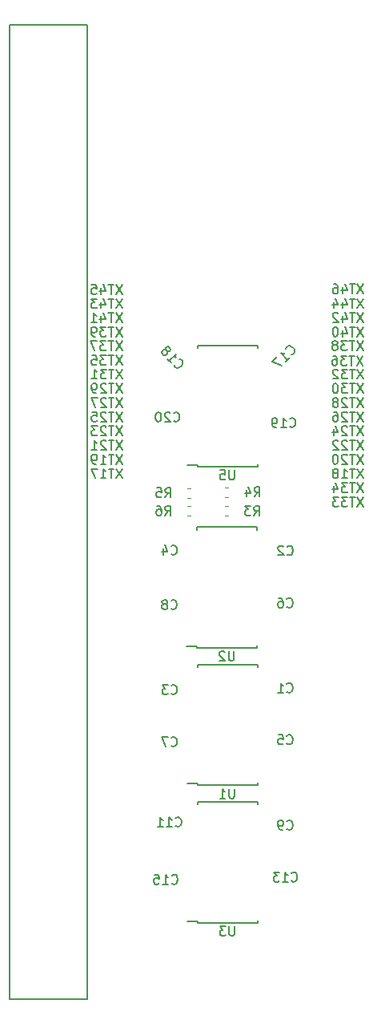
<source format=gbo>
G04 #@! TF.GenerationSoftware,KiCad,Pcbnew,(5.1.5)-3*
G04 #@! TF.CreationDate,2020-03-16T17:52:28+03:00*
G04 #@! TF.ProjectId,WM1200,574d3132-3030-42e6-9b69-6361645f7063,rev?*
G04 #@! TF.SameCoordinates,Original*
G04 #@! TF.FileFunction,Legend,Bot*
G04 #@! TF.FilePolarity,Positive*
%FSLAX46Y46*%
G04 Gerber Fmt 4.6, Leading zero omitted, Abs format (unit mm)*
G04 Created by KiCad (PCBNEW (5.1.5)-3) date 2020-03-16 17:52:28*
%MOMM*%
%LPD*%
G04 APERTURE LIST*
%ADD10C,0.150000*%
%ADD11C,0.120000*%
G04 APERTURE END LIST*
D10*
X122375000Y-93050000D02*
X121300000Y-93050000D01*
X122375000Y-80475000D02*
X128725000Y-80475000D01*
X122375000Y-93225000D02*
X128725000Y-93225000D01*
X122375000Y-80475000D02*
X122375000Y-80732500D01*
X128725000Y-80475000D02*
X128725000Y-80732500D01*
X128725000Y-93225000D02*
X128725000Y-92967500D01*
X122375000Y-93225000D02*
X122375000Y-93050000D01*
X122325000Y-112200000D02*
X121250000Y-112200000D01*
X122325000Y-99625000D02*
X128675000Y-99625000D01*
X122325000Y-112375000D02*
X128675000Y-112375000D01*
X122325000Y-99625000D02*
X122325000Y-99882500D01*
X128675000Y-99625000D02*
X128675000Y-99882500D01*
X128675000Y-112375000D02*
X128675000Y-112117500D01*
X122325000Y-112375000D02*
X122325000Y-112200000D01*
X102515000Y-46555000D02*
X102515000Y-149425000D01*
X110770000Y-46555000D02*
X102515000Y-46555000D01*
X102515000Y-149425000D02*
X110770000Y-149425000D01*
X110770000Y-149425000D02*
X110770000Y-46555000D01*
X122375000Y-141200000D02*
X121300000Y-141200000D01*
X122375000Y-128625000D02*
X128725000Y-128625000D01*
X122375000Y-141375000D02*
X128725000Y-141375000D01*
X122375000Y-128625000D02*
X122375000Y-128882500D01*
X128725000Y-128625000D02*
X128725000Y-128882500D01*
X128725000Y-141375000D02*
X128725000Y-141117500D01*
X122375000Y-141375000D02*
X122375000Y-141200000D01*
X122375000Y-126700000D02*
X121300000Y-126700000D01*
X122375000Y-114125000D02*
X128725000Y-114125000D01*
X122375000Y-126875000D02*
X128725000Y-126875000D01*
X122375000Y-114125000D02*
X122375000Y-114382500D01*
X128725000Y-114125000D02*
X128725000Y-114382500D01*
X128725000Y-126875000D02*
X128725000Y-126617500D01*
X122375000Y-126875000D02*
X122375000Y-126700000D01*
D11*
X121338733Y-97410000D02*
X121681267Y-97410000D01*
X121338733Y-98430000D02*
X121681267Y-98430000D01*
X121338733Y-95510000D02*
X121681267Y-95510000D01*
X121338733Y-96530000D02*
X121681267Y-96530000D01*
X125328733Y-95415000D02*
X125671267Y-95415000D01*
X125328733Y-96435000D02*
X125671267Y-96435000D01*
X125328733Y-97415000D02*
X125671267Y-97415000D01*
X125328733Y-98435000D02*
X125671267Y-98435000D01*
D10*
X126311904Y-93602380D02*
X126311904Y-94411904D01*
X126264285Y-94507142D01*
X126216666Y-94554761D01*
X126121428Y-94602380D01*
X125930952Y-94602380D01*
X125835714Y-94554761D01*
X125788095Y-94507142D01*
X125740476Y-94411904D01*
X125740476Y-93602380D01*
X124788095Y-93602380D02*
X125264285Y-93602380D01*
X125311904Y-94078571D01*
X125264285Y-94030952D01*
X125169047Y-93983333D01*
X124930952Y-93983333D01*
X124835714Y-94030952D01*
X124788095Y-94078571D01*
X124740476Y-94173809D01*
X124740476Y-94411904D01*
X124788095Y-94507142D01*
X124835714Y-94554761D01*
X124930952Y-94602380D01*
X125169047Y-94602380D01*
X125264285Y-94554761D01*
X125311904Y-94507142D01*
X119867857Y-88382142D02*
X119915476Y-88429761D01*
X120058333Y-88477380D01*
X120153571Y-88477380D01*
X120296428Y-88429761D01*
X120391666Y-88334523D01*
X120439285Y-88239285D01*
X120486904Y-88048809D01*
X120486904Y-87905952D01*
X120439285Y-87715476D01*
X120391666Y-87620238D01*
X120296428Y-87525000D01*
X120153571Y-87477380D01*
X120058333Y-87477380D01*
X119915476Y-87525000D01*
X119867857Y-87572619D01*
X119486904Y-87572619D02*
X119439285Y-87525000D01*
X119344047Y-87477380D01*
X119105952Y-87477380D01*
X119010714Y-87525000D01*
X118963095Y-87572619D01*
X118915476Y-87667857D01*
X118915476Y-87763095D01*
X118963095Y-87905952D01*
X119534523Y-88477380D01*
X118915476Y-88477380D01*
X118296428Y-87477380D02*
X118201190Y-87477380D01*
X118105952Y-87525000D01*
X118058333Y-87572619D01*
X118010714Y-87667857D01*
X117963095Y-87858333D01*
X117963095Y-88096428D01*
X118010714Y-88286904D01*
X118058333Y-88382142D01*
X118105952Y-88429761D01*
X118201190Y-88477380D01*
X118296428Y-88477380D01*
X118391666Y-88429761D01*
X118439285Y-88382142D01*
X118486904Y-88286904D01*
X118534523Y-88096428D01*
X118534523Y-87858333D01*
X118486904Y-87667857D01*
X118439285Y-87572619D01*
X118391666Y-87525000D01*
X118296428Y-87477380D01*
X132157857Y-88987142D02*
X132205476Y-89034761D01*
X132348333Y-89082380D01*
X132443571Y-89082380D01*
X132586428Y-89034761D01*
X132681666Y-88939523D01*
X132729285Y-88844285D01*
X132776904Y-88653809D01*
X132776904Y-88510952D01*
X132729285Y-88320476D01*
X132681666Y-88225238D01*
X132586428Y-88130000D01*
X132443571Y-88082380D01*
X132348333Y-88082380D01*
X132205476Y-88130000D01*
X132157857Y-88177619D01*
X131205476Y-89082380D02*
X131776904Y-89082380D01*
X131491190Y-89082380D02*
X131491190Y-88082380D01*
X131586428Y-88225238D01*
X131681666Y-88320476D01*
X131776904Y-88368095D01*
X130729285Y-89082380D02*
X130538809Y-89082380D01*
X130443571Y-89034761D01*
X130395952Y-88987142D01*
X130300714Y-88844285D01*
X130253095Y-88653809D01*
X130253095Y-88272857D01*
X130300714Y-88177619D01*
X130348333Y-88130000D01*
X130443571Y-88082380D01*
X130634047Y-88082380D01*
X130729285Y-88130000D01*
X130776904Y-88177619D01*
X130824523Y-88272857D01*
X130824523Y-88510952D01*
X130776904Y-88606190D01*
X130729285Y-88653809D01*
X130634047Y-88701428D01*
X130443571Y-88701428D01*
X130348333Y-88653809D01*
X130300714Y-88606190D01*
X130253095Y-88510952D01*
X119927030Y-82457105D02*
X119927030Y-82524449D01*
X119994374Y-82659136D01*
X120061717Y-82726479D01*
X120196404Y-82793823D01*
X120331091Y-82793823D01*
X120432106Y-82760151D01*
X120600465Y-82659136D01*
X120701480Y-82558121D01*
X120802496Y-82389762D01*
X120836167Y-82288747D01*
X120836167Y-82154060D01*
X120768824Y-82019373D01*
X120701480Y-81952029D01*
X120566793Y-81884686D01*
X120499450Y-81884686D01*
X119186251Y-81851014D02*
X119590312Y-82255075D01*
X119388282Y-82053044D02*
X120095389Y-81345937D01*
X120061717Y-81514296D01*
X120061717Y-81648983D01*
X120095389Y-81749999D01*
X119186251Y-81042892D02*
X119287267Y-81076563D01*
X119354610Y-81076563D01*
X119455625Y-81042892D01*
X119489297Y-81009220D01*
X119522969Y-80908205D01*
X119522969Y-80840861D01*
X119489297Y-80739846D01*
X119354610Y-80605159D01*
X119253595Y-80571487D01*
X119186251Y-80571487D01*
X119085236Y-80605159D01*
X119051564Y-80638831D01*
X119017893Y-80739846D01*
X119017893Y-80807189D01*
X119051564Y-80908205D01*
X119186251Y-81042892D01*
X119219923Y-81143907D01*
X119219923Y-81211250D01*
X119186251Y-81312266D01*
X119051564Y-81446953D01*
X118950549Y-81480624D01*
X118883206Y-81480624D01*
X118782190Y-81446953D01*
X118647503Y-81312266D01*
X118613832Y-81211250D01*
X118613832Y-81143907D01*
X118647503Y-81042892D01*
X118782190Y-80908205D01*
X118883206Y-80874533D01*
X118950549Y-80874533D01*
X119051564Y-80908205D01*
X132332106Y-81397969D02*
X132399450Y-81397969D01*
X132534137Y-81330625D01*
X132601480Y-81263282D01*
X132668824Y-81128595D01*
X132668824Y-80993908D01*
X132635152Y-80892893D01*
X132534137Y-80724534D01*
X132433122Y-80623519D01*
X132264763Y-80522503D01*
X132163748Y-80488832D01*
X132029061Y-80488832D01*
X131894374Y-80556175D01*
X131827030Y-80623519D01*
X131759687Y-80758206D01*
X131759687Y-80825549D01*
X131726015Y-82138748D02*
X132130076Y-81734687D01*
X131928045Y-81936717D02*
X131220938Y-81229610D01*
X131389297Y-81263282D01*
X131523984Y-81263282D01*
X131625000Y-81229610D01*
X130783206Y-81667343D02*
X130311801Y-82138748D01*
X131321954Y-82542809D01*
X119677857Y-137207142D02*
X119725476Y-137254761D01*
X119868333Y-137302380D01*
X119963571Y-137302380D01*
X120106428Y-137254761D01*
X120201666Y-137159523D01*
X120249285Y-137064285D01*
X120296904Y-136873809D01*
X120296904Y-136730952D01*
X120249285Y-136540476D01*
X120201666Y-136445238D01*
X120106428Y-136350000D01*
X119963571Y-136302380D01*
X119868333Y-136302380D01*
X119725476Y-136350000D01*
X119677857Y-136397619D01*
X118725476Y-137302380D02*
X119296904Y-137302380D01*
X119011190Y-137302380D02*
X119011190Y-136302380D01*
X119106428Y-136445238D01*
X119201666Y-136540476D01*
X119296904Y-136588095D01*
X117820714Y-136302380D02*
X118296904Y-136302380D01*
X118344523Y-136778571D01*
X118296904Y-136730952D01*
X118201666Y-136683333D01*
X117963571Y-136683333D01*
X117868333Y-136730952D01*
X117820714Y-136778571D01*
X117773095Y-136873809D01*
X117773095Y-137111904D01*
X117820714Y-137207142D01*
X117868333Y-137254761D01*
X117963571Y-137302380D01*
X118201666Y-137302380D01*
X118296904Y-137254761D01*
X118344523Y-137207142D01*
X132327857Y-136957142D02*
X132375476Y-137004761D01*
X132518333Y-137052380D01*
X132613571Y-137052380D01*
X132756428Y-137004761D01*
X132851666Y-136909523D01*
X132899285Y-136814285D01*
X132946904Y-136623809D01*
X132946904Y-136480952D01*
X132899285Y-136290476D01*
X132851666Y-136195238D01*
X132756428Y-136100000D01*
X132613571Y-136052380D01*
X132518333Y-136052380D01*
X132375476Y-136100000D01*
X132327857Y-136147619D01*
X131375476Y-137052380D02*
X131946904Y-137052380D01*
X131661190Y-137052380D02*
X131661190Y-136052380D01*
X131756428Y-136195238D01*
X131851666Y-136290476D01*
X131946904Y-136338095D01*
X131042142Y-136052380D02*
X130423095Y-136052380D01*
X130756428Y-136433333D01*
X130613571Y-136433333D01*
X130518333Y-136480952D01*
X130470714Y-136528571D01*
X130423095Y-136623809D01*
X130423095Y-136861904D01*
X130470714Y-136957142D01*
X130518333Y-137004761D01*
X130613571Y-137052380D01*
X130899285Y-137052380D01*
X130994523Y-137004761D01*
X131042142Y-136957142D01*
X120067857Y-131157142D02*
X120115476Y-131204761D01*
X120258333Y-131252380D01*
X120353571Y-131252380D01*
X120496428Y-131204761D01*
X120591666Y-131109523D01*
X120639285Y-131014285D01*
X120686904Y-130823809D01*
X120686904Y-130680952D01*
X120639285Y-130490476D01*
X120591666Y-130395238D01*
X120496428Y-130300000D01*
X120353571Y-130252380D01*
X120258333Y-130252380D01*
X120115476Y-130300000D01*
X120067857Y-130347619D01*
X119115476Y-131252380D02*
X119686904Y-131252380D01*
X119401190Y-131252380D02*
X119401190Y-130252380D01*
X119496428Y-130395238D01*
X119591666Y-130490476D01*
X119686904Y-130538095D01*
X118163095Y-131252380D02*
X118734523Y-131252380D01*
X118448809Y-131252380D02*
X118448809Y-130252380D01*
X118544047Y-130395238D01*
X118639285Y-130490476D01*
X118734523Y-130538095D01*
X131851666Y-131482142D02*
X131899285Y-131529761D01*
X132042142Y-131577380D01*
X132137380Y-131577380D01*
X132280238Y-131529761D01*
X132375476Y-131434523D01*
X132423095Y-131339285D01*
X132470714Y-131148809D01*
X132470714Y-131005952D01*
X132423095Y-130815476D01*
X132375476Y-130720238D01*
X132280238Y-130625000D01*
X132137380Y-130577380D01*
X132042142Y-130577380D01*
X131899285Y-130625000D01*
X131851666Y-130672619D01*
X131375476Y-131577380D02*
X131185000Y-131577380D01*
X131089761Y-131529761D01*
X131042142Y-131482142D01*
X130946904Y-131339285D01*
X130899285Y-131148809D01*
X130899285Y-130767857D01*
X130946904Y-130672619D01*
X130994523Y-130625000D01*
X131089761Y-130577380D01*
X131280238Y-130577380D01*
X131375476Y-130625000D01*
X131423095Y-130672619D01*
X131470714Y-130767857D01*
X131470714Y-131005952D01*
X131423095Y-131101190D01*
X131375476Y-131148809D01*
X131280238Y-131196428D01*
X131089761Y-131196428D01*
X130994523Y-131148809D01*
X130946904Y-131101190D01*
X130899285Y-131005952D01*
X119591666Y-108207142D02*
X119639285Y-108254761D01*
X119782142Y-108302380D01*
X119877380Y-108302380D01*
X120020238Y-108254761D01*
X120115476Y-108159523D01*
X120163095Y-108064285D01*
X120210714Y-107873809D01*
X120210714Y-107730952D01*
X120163095Y-107540476D01*
X120115476Y-107445238D01*
X120020238Y-107350000D01*
X119877380Y-107302380D01*
X119782142Y-107302380D01*
X119639285Y-107350000D01*
X119591666Y-107397619D01*
X119020238Y-107730952D02*
X119115476Y-107683333D01*
X119163095Y-107635714D01*
X119210714Y-107540476D01*
X119210714Y-107492857D01*
X119163095Y-107397619D01*
X119115476Y-107350000D01*
X119020238Y-107302380D01*
X118829761Y-107302380D01*
X118734523Y-107350000D01*
X118686904Y-107397619D01*
X118639285Y-107492857D01*
X118639285Y-107540476D01*
X118686904Y-107635714D01*
X118734523Y-107683333D01*
X118829761Y-107730952D01*
X119020238Y-107730952D01*
X119115476Y-107778571D01*
X119163095Y-107826190D01*
X119210714Y-107921428D01*
X119210714Y-108111904D01*
X119163095Y-108207142D01*
X119115476Y-108254761D01*
X119020238Y-108302380D01*
X118829761Y-108302380D01*
X118734523Y-108254761D01*
X118686904Y-108207142D01*
X118639285Y-108111904D01*
X118639285Y-107921428D01*
X118686904Y-107826190D01*
X118734523Y-107778571D01*
X118829761Y-107730952D01*
X119601666Y-122682142D02*
X119649285Y-122729761D01*
X119792142Y-122777380D01*
X119887380Y-122777380D01*
X120030238Y-122729761D01*
X120125476Y-122634523D01*
X120173095Y-122539285D01*
X120220714Y-122348809D01*
X120220714Y-122205952D01*
X120173095Y-122015476D01*
X120125476Y-121920238D01*
X120030238Y-121825000D01*
X119887380Y-121777380D01*
X119792142Y-121777380D01*
X119649285Y-121825000D01*
X119601666Y-121872619D01*
X119268333Y-121777380D02*
X118601666Y-121777380D01*
X119030238Y-122777380D01*
X131851666Y-108007142D02*
X131899285Y-108054761D01*
X132042142Y-108102380D01*
X132137380Y-108102380D01*
X132280238Y-108054761D01*
X132375476Y-107959523D01*
X132423095Y-107864285D01*
X132470714Y-107673809D01*
X132470714Y-107530952D01*
X132423095Y-107340476D01*
X132375476Y-107245238D01*
X132280238Y-107150000D01*
X132137380Y-107102380D01*
X132042142Y-107102380D01*
X131899285Y-107150000D01*
X131851666Y-107197619D01*
X130994523Y-107102380D02*
X131185000Y-107102380D01*
X131280238Y-107150000D01*
X131327857Y-107197619D01*
X131423095Y-107340476D01*
X131470714Y-107530952D01*
X131470714Y-107911904D01*
X131423095Y-108007142D01*
X131375476Y-108054761D01*
X131280238Y-108102380D01*
X131089761Y-108102380D01*
X130994523Y-108054761D01*
X130946904Y-108007142D01*
X130899285Y-107911904D01*
X130899285Y-107673809D01*
X130946904Y-107578571D01*
X130994523Y-107530952D01*
X131089761Y-107483333D01*
X131280238Y-107483333D01*
X131375476Y-107530952D01*
X131423095Y-107578571D01*
X131470714Y-107673809D01*
X131841666Y-122457142D02*
X131889285Y-122504761D01*
X132032142Y-122552380D01*
X132127380Y-122552380D01*
X132270238Y-122504761D01*
X132365476Y-122409523D01*
X132413095Y-122314285D01*
X132460714Y-122123809D01*
X132460714Y-121980952D01*
X132413095Y-121790476D01*
X132365476Y-121695238D01*
X132270238Y-121600000D01*
X132127380Y-121552380D01*
X132032142Y-121552380D01*
X131889285Y-121600000D01*
X131841666Y-121647619D01*
X130936904Y-121552380D02*
X131413095Y-121552380D01*
X131460714Y-122028571D01*
X131413095Y-121980952D01*
X131317857Y-121933333D01*
X131079761Y-121933333D01*
X130984523Y-121980952D01*
X130936904Y-122028571D01*
X130889285Y-122123809D01*
X130889285Y-122361904D01*
X130936904Y-122457142D01*
X130984523Y-122504761D01*
X131079761Y-122552380D01*
X131317857Y-122552380D01*
X131413095Y-122504761D01*
X131460714Y-122457142D01*
X119601666Y-102432142D02*
X119649285Y-102479761D01*
X119792142Y-102527380D01*
X119887380Y-102527380D01*
X120030238Y-102479761D01*
X120125476Y-102384523D01*
X120173095Y-102289285D01*
X120220714Y-102098809D01*
X120220714Y-101955952D01*
X120173095Y-101765476D01*
X120125476Y-101670238D01*
X120030238Y-101575000D01*
X119887380Y-101527380D01*
X119792142Y-101527380D01*
X119649285Y-101575000D01*
X119601666Y-101622619D01*
X118744523Y-101860714D02*
X118744523Y-102527380D01*
X118982619Y-101479761D02*
X119220714Y-102194047D01*
X118601666Y-102194047D01*
X119601666Y-117182142D02*
X119649285Y-117229761D01*
X119792142Y-117277380D01*
X119887380Y-117277380D01*
X120030238Y-117229761D01*
X120125476Y-117134523D01*
X120173095Y-117039285D01*
X120220714Y-116848809D01*
X120220714Y-116705952D01*
X120173095Y-116515476D01*
X120125476Y-116420238D01*
X120030238Y-116325000D01*
X119887380Y-116277380D01*
X119792142Y-116277380D01*
X119649285Y-116325000D01*
X119601666Y-116372619D01*
X119268333Y-116277380D02*
X118649285Y-116277380D01*
X118982619Y-116658333D01*
X118839761Y-116658333D01*
X118744523Y-116705952D01*
X118696904Y-116753571D01*
X118649285Y-116848809D01*
X118649285Y-117086904D01*
X118696904Y-117182142D01*
X118744523Y-117229761D01*
X118839761Y-117277380D01*
X119125476Y-117277380D01*
X119220714Y-117229761D01*
X119268333Y-117182142D01*
X131856666Y-102482142D02*
X131904285Y-102529761D01*
X132047142Y-102577380D01*
X132142380Y-102577380D01*
X132285238Y-102529761D01*
X132380476Y-102434523D01*
X132428095Y-102339285D01*
X132475714Y-102148809D01*
X132475714Y-102005952D01*
X132428095Y-101815476D01*
X132380476Y-101720238D01*
X132285238Y-101625000D01*
X132142380Y-101577380D01*
X132047142Y-101577380D01*
X131904285Y-101625000D01*
X131856666Y-101672619D01*
X131475714Y-101672619D02*
X131428095Y-101625000D01*
X131332857Y-101577380D01*
X131094761Y-101577380D01*
X130999523Y-101625000D01*
X130951904Y-101672619D01*
X130904285Y-101767857D01*
X130904285Y-101863095D01*
X130951904Y-102005952D01*
X131523333Y-102577380D01*
X130904285Y-102577380D01*
X131841666Y-116982142D02*
X131889285Y-117029761D01*
X132032142Y-117077380D01*
X132127380Y-117077380D01*
X132270238Y-117029761D01*
X132365476Y-116934523D01*
X132413095Y-116839285D01*
X132460714Y-116648809D01*
X132460714Y-116505952D01*
X132413095Y-116315476D01*
X132365476Y-116220238D01*
X132270238Y-116125000D01*
X132127380Y-116077380D01*
X132032142Y-116077380D01*
X131889285Y-116125000D01*
X131841666Y-116172619D01*
X130889285Y-117077380D02*
X131460714Y-117077380D01*
X131175000Y-117077380D02*
X131175000Y-116077380D01*
X131270238Y-116220238D01*
X131365476Y-116315476D01*
X131460714Y-116363095D01*
X139966666Y-73952380D02*
X139300000Y-74952380D01*
X139300000Y-73952380D02*
X139966666Y-74952380D01*
X139061904Y-73952380D02*
X138490476Y-73952380D01*
X138776190Y-74952380D02*
X138776190Y-73952380D01*
X137728571Y-74285714D02*
X137728571Y-74952380D01*
X137966666Y-73904761D02*
X138204761Y-74619047D01*
X137585714Y-74619047D01*
X136776190Y-73952380D02*
X136966666Y-73952380D01*
X137061904Y-74000000D01*
X137109523Y-74047619D01*
X137204761Y-74190476D01*
X137252380Y-74380952D01*
X137252380Y-74761904D01*
X137204761Y-74857142D01*
X137157142Y-74904761D01*
X137061904Y-74952380D01*
X136871428Y-74952380D01*
X136776190Y-74904761D01*
X136728571Y-74857142D01*
X136680952Y-74761904D01*
X136680952Y-74523809D01*
X136728571Y-74428571D01*
X136776190Y-74380952D01*
X136871428Y-74333333D01*
X137061904Y-74333333D01*
X137157142Y-74380952D01*
X137204761Y-74428571D01*
X137252380Y-74523809D01*
X114416666Y-74002380D02*
X113750000Y-75002380D01*
X113750000Y-74002380D02*
X114416666Y-75002380D01*
X113511904Y-74002380D02*
X112940476Y-74002380D01*
X113226190Y-75002380D02*
X113226190Y-74002380D01*
X112178571Y-74335714D02*
X112178571Y-75002380D01*
X112416666Y-73954761D02*
X112654761Y-74669047D01*
X112035714Y-74669047D01*
X111178571Y-74002380D02*
X111654761Y-74002380D01*
X111702380Y-74478571D01*
X111654761Y-74430952D01*
X111559523Y-74383333D01*
X111321428Y-74383333D01*
X111226190Y-74430952D01*
X111178571Y-74478571D01*
X111130952Y-74573809D01*
X111130952Y-74811904D01*
X111178571Y-74907142D01*
X111226190Y-74954761D01*
X111321428Y-75002380D01*
X111559523Y-75002380D01*
X111654761Y-74954761D01*
X111702380Y-74907142D01*
X139966666Y-75502380D02*
X139300000Y-76502380D01*
X139300000Y-75502380D02*
X139966666Y-76502380D01*
X139061904Y-75502380D02*
X138490476Y-75502380D01*
X138776190Y-76502380D02*
X138776190Y-75502380D01*
X137728571Y-75835714D02*
X137728571Y-76502380D01*
X137966666Y-75454761D02*
X138204761Y-76169047D01*
X137585714Y-76169047D01*
X136776190Y-75835714D02*
X136776190Y-76502380D01*
X137014285Y-75454761D02*
X137252380Y-76169047D01*
X136633333Y-76169047D01*
X114416666Y-75502380D02*
X113750000Y-76502380D01*
X113750000Y-75502380D02*
X114416666Y-76502380D01*
X113511904Y-75502380D02*
X112940476Y-75502380D01*
X113226190Y-76502380D02*
X113226190Y-75502380D01*
X112178571Y-75835714D02*
X112178571Y-76502380D01*
X112416666Y-75454761D02*
X112654761Y-76169047D01*
X112035714Y-76169047D01*
X111750000Y-75502380D02*
X111130952Y-75502380D01*
X111464285Y-75883333D01*
X111321428Y-75883333D01*
X111226190Y-75930952D01*
X111178571Y-75978571D01*
X111130952Y-76073809D01*
X111130952Y-76311904D01*
X111178571Y-76407142D01*
X111226190Y-76454761D01*
X111321428Y-76502380D01*
X111607142Y-76502380D01*
X111702380Y-76454761D01*
X111750000Y-76407142D01*
X139966666Y-76952380D02*
X139300000Y-77952380D01*
X139300000Y-76952380D02*
X139966666Y-77952380D01*
X139061904Y-76952380D02*
X138490476Y-76952380D01*
X138776190Y-77952380D02*
X138776190Y-76952380D01*
X137728571Y-77285714D02*
X137728571Y-77952380D01*
X137966666Y-76904761D02*
X138204761Y-77619047D01*
X137585714Y-77619047D01*
X137252380Y-77047619D02*
X137204761Y-77000000D01*
X137109523Y-76952380D01*
X136871428Y-76952380D01*
X136776190Y-77000000D01*
X136728571Y-77047619D01*
X136680952Y-77142857D01*
X136680952Y-77238095D01*
X136728571Y-77380952D01*
X137300000Y-77952380D01*
X136680952Y-77952380D01*
X114416666Y-77002380D02*
X113750000Y-78002380D01*
X113750000Y-77002380D02*
X114416666Y-78002380D01*
X113511904Y-77002380D02*
X112940476Y-77002380D01*
X113226190Y-78002380D02*
X113226190Y-77002380D01*
X112178571Y-77335714D02*
X112178571Y-78002380D01*
X112416666Y-76954761D02*
X112654761Y-77669047D01*
X112035714Y-77669047D01*
X111130952Y-78002380D02*
X111702380Y-78002380D01*
X111416666Y-78002380D02*
X111416666Y-77002380D01*
X111511904Y-77145238D01*
X111607142Y-77240476D01*
X111702380Y-77288095D01*
X139966666Y-78477380D02*
X139300000Y-79477380D01*
X139300000Y-78477380D02*
X139966666Y-79477380D01*
X139061904Y-78477380D02*
X138490476Y-78477380D01*
X138776190Y-79477380D02*
X138776190Y-78477380D01*
X137728571Y-78810714D02*
X137728571Y-79477380D01*
X137966666Y-78429761D02*
X138204761Y-79144047D01*
X137585714Y-79144047D01*
X137014285Y-78477380D02*
X136919047Y-78477380D01*
X136823809Y-78525000D01*
X136776190Y-78572619D01*
X136728571Y-78667857D01*
X136680952Y-78858333D01*
X136680952Y-79096428D01*
X136728571Y-79286904D01*
X136776190Y-79382142D01*
X136823809Y-79429761D01*
X136919047Y-79477380D01*
X137014285Y-79477380D01*
X137109523Y-79429761D01*
X137157142Y-79382142D01*
X137204761Y-79286904D01*
X137252380Y-79096428D01*
X137252380Y-78858333D01*
X137204761Y-78667857D01*
X137157142Y-78572619D01*
X137109523Y-78525000D01*
X137014285Y-78477380D01*
X114416666Y-78477380D02*
X113750000Y-79477380D01*
X113750000Y-78477380D02*
X114416666Y-79477380D01*
X113511904Y-78477380D02*
X112940476Y-78477380D01*
X113226190Y-79477380D02*
X113226190Y-78477380D01*
X112702380Y-78477380D02*
X112083333Y-78477380D01*
X112416666Y-78858333D01*
X112273809Y-78858333D01*
X112178571Y-78905952D01*
X112130952Y-78953571D01*
X112083333Y-79048809D01*
X112083333Y-79286904D01*
X112130952Y-79382142D01*
X112178571Y-79429761D01*
X112273809Y-79477380D01*
X112559523Y-79477380D01*
X112654761Y-79429761D01*
X112702380Y-79382142D01*
X111607142Y-79477380D02*
X111416666Y-79477380D01*
X111321428Y-79429761D01*
X111273809Y-79382142D01*
X111178571Y-79239285D01*
X111130952Y-79048809D01*
X111130952Y-78667857D01*
X111178571Y-78572619D01*
X111226190Y-78525000D01*
X111321428Y-78477380D01*
X111511904Y-78477380D01*
X111607142Y-78525000D01*
X111654761Y-78572619D01*
X111702380Y-78667857D01*
X111702380Y-78905952D01*
X111654761Y-79001190D01*
X111607142Y-79048809D01*
X111511904Y-79096428D01*
X111321428Y-79096428D01*
X111226190Y-79048809D01*
X111178571Y-79001190D01*
X111130952Y-78905952D01*
X139916666Y-79952380D02*
X139250000Y-80952380D01*
X139250000Y-79952380D02*
X139916666Y-80952380D01*
X139011904Y-79952380D02*
X138440476Y-79952380D01*
X138726190Y-80952380D02*
X138726190Y-79952380D01*
X138202380Y-79952380D02*
X137583333Y-79952380D01*
X137916666Y-80333333D01*
X137773809Y-80333333D01*
X137678571Y-80380952D01*
X137630952Y-80428571D01*
X137583333Y-80523809D01*
X137583333Y-80761904D01*
X137630952Y-80857142D01*
X137678571Y-80904761D01*
X137773809Y-80952380D01*
X138059523Y-80952380D01*
X138154761Y-80904761D01*
X138202380Y-80857142D01*
X137011904Y-80380952D02*
X137107142Y-80333333D01*
X137154761Y-80285714D01*
X137202380Y-80190476D01*
X137202380Y-80142857D01*
X137154761Y-80047619D01*
X137107142Y-80000000D01*
X137011904Y-79952380D01*
X136821428Y-79952380D01*
X136726190Y-80000000D01*
X136678571Y-80047619D01*
X136630952Y-80142857D01*
X136630952Y-80190476D01*
X136678571Y-80285714D01*
X136726190Y-80333333D01*
X136821428Y-80380952D01*
X137011904Y-80380952D01*
X137107142Y-80428571D01*
X137154761Y-80476190D01*
X137202380Y-80571428D01*
X137202380Y-80761904D01*
X137154761Y-80857142D01*
X137107142Y-80904761D01*
X137011904Y-80952380D01*
X136821428Y-80952380D01*
X136726190Y-80904761D01*
X136678571Y-80857142D01*
X136630952Y-80761904D01*
X136630952Y-80571428D01*
X136678571Y-80476190D01*
X136726190Y-80428571D01*
X136821428Y-80380952D01*
X114416666Y-79977380D02*
X113750000Y-80977380D01*
X113750000Y-79977380D02*
X114416666Y-80977380D01*
X113511904Y-79977380D02*
X112940476Y-79977380D01*
X113226190Y-80977380D02*
X113226190Y-79977380D01*
X112702380Y-79977380D02*
X112083333Y-79977380D01*
X112416666Y-80358333D01*
X112273809Y-80358333D01*
X112178571Y-80405952D01*
X112130952Y-80453571D01*
X112083333Y-80548809D01*
X112083333Y-80786904D01*
X112130952Y-80882142D01*
X112178571Y-80929761D01*
X112273809Y-80977380D01*
X112559523Y-80977380D01*
X112654761Y-80929761D01*
X112702380Y-80882142D01*
X111750000Y-79977380D02*
X111083333Y-79977380D01*
X111511904Y-80977380D01*
X139891666Y-81527380D02*
X139225000Y-82527380D01*
X139225000Y-81527380D02*
X139891666Y-82527380D01*
X138986904Y-81527380D02*
X138415476Y-81527380D01*
X138701190Y-82527380D02*
X138701190Y-81527380D01*
X138177380Y-81527380D02*
X137558333Y-81527380D01*
X137891666Y-81908333D01*
X137748809Y-81908333D01*
X137653571Y-81955952D01*
X137605952Y-82003571D01*
X137558333Y-82098809D01*
X137558333Y-82336904D01*
X137605952Y-82432142D01*
X137653571Y-82479761D01*
X137748809Y-82527380D01*
X138034523Y-82527380D01*
X138129761Y-82479761D01*
X138177380Y-82432142D01*
X136701190Y-81527380D02*
X136891666Y-81527380D01*
X136986904Y-81575000D01*
X137034523Y-81622619D01*
X137129761Y-81765476D01*
X137177380Y-81955952D01*
X137177380Y-82336904D01*
X137129761Y-82432142D01*
X137082142Y-82479761D01*
X136986904Y-82527380D01*
X136796428Y-82527380D01*
X136701190Y-82479761D01*
X136653571Y-82432142D01*
X136605952Y-82336904D01*
X136605952Y-82098809D01*
X136653571Y-82003571D01*
X136701190Y-81955952D01*
X136796428Y-81908333D01*
X136986904Y-81908333D01*
X137082142Y-81955952D01*
X137129761Y-82003571D01*
X137177380Y-82098809D01*
X114441666Y-81502380D02*
X113775000Y-82502380D01*
X113775000Y-81502380D02*
X114441666Y-82502380D01*
X113536904Y-81502380D02*
X112965476Y-81502380D01*
X113251190Y-82502380D02*
X113251190Y-81502380D01*
X112727380Y-81502380D02*
X112108333Y-81502380D01*
X112441666Y-81883333D01*
X112298809Y-81883333D01*
X112203571Y-81930952D01*
X112155952Y-81978571D01*
X112108333Y-82073809D01*
X112108333Y-82311904D01*
X112155952Y-82407142D01*
X112203571Y-82454761D01*
X112298809Y-82502380D01*
X112584523Y-82502380D01*
X112679761Y-82454761D01*
X112727380Y-82407142D01*
X111203571Y-81502380D02*
X111679761Y-81502380D01*
X111727380Y-81978571D01*
X111679761Y-81930952D01*
X111584523Y-81883333D01*
X111346428Y-81883333D01*
X111251190Y-81930952D01*
X111203571Y-81978571D01*
X111155952Y-82073809D01*
X111155952Y-82311904D01*
X111203571Y-82407142D01*
X111251190Y-82454761D01*
X111346428Y-82502380D01*
X111584523Y-82502380D01*
X111679761Y-82454761D01*
X111727380Y-82407142D01*
X126261904Y-112702380D02*
X126261904Y-113511904D01*
X126214285Y-113607142D01*
X126166666Y-113654761D01*
X126071428Y-113702380D01*
X125880952Y-113702380D01*
X125785714Y-113654761D01*
X125738095Y-113607142D01*
X125690476Y-113511904D01*
X125690476Y-112702380D01*
X125261904Y-112797619D02*
X125214285Y-112750000D01*
X125119047Y-112702380D01*
X124880952Y-112702380D01*
X124785714Y-112750000D01*
X124738095Y-112797619D01*
X124690476Y-112892857D01*
X124690476Y-112988095D01*
X124738095Y-113130952D01*
X125309523Y-113702380D01*
X124690476Y-113702380D01*
X139966666Y-82952380D02*
X139300000Y-83952380D01*
X139300000Y-82952380D02*
X139966666Y-83952380D01*
X139061904Y-82952380D02*
X138490476Y-82952380D01*
X138776190Y-83952380D02*
X138776190Y-82952380D01*
X138252380Y-82952380D02*
X137633333Y-82952380D01*
X137966666Y-83333333D01*
X137823809Y-83333333D01*
X137728571Y-83380952D01*
X137680952Y-83428571D01*
X137633333Y-83523809D01*
X137633333Y-83761904D01*
X137680952Y-83857142D01*
X137728571Y-83904761D01*
X137823809Y-83952380D01*
X138109523Y-83952380D01*
X138204761Y-83904761D01*
X138252380Y-83857142D01*
X137252380Y-83047619D02*
X137204761Y-83000000D01*
X137109523Y-82952380D01*
X136871428Y-82952380D01*
X136776190Y-83000000D01*
X136728571Y-83047619D01*
X136680952Y-83142857D01*
X136680952Y-83238095D01*
X136728571Y-83380952D01*
X137300000Y-83952380D01*
X136680952Y-83952380D01*
X114466666Y-82952380D02*
X113800000Y-83952380D01*
X113800000Y-82952380D02*
X114466666Y-83952380D01*
X113561904Y-82952380D02*
X112990476Y-82952380D01*
X113276190Y-83952380D02*
X113276190Y-82952380D01*
X112752380Y-82952380D02*
X112133333Y-82952380D01*
X112466666Y-83333333D01*
X112323809Y-83333333D01*
X112228571Y-83380952D01*
X112180952Y-83428571D01*
X112133333Y-83523809D01*
X112133333Y-83761904D01*
X112180952Y-83857142D01*
X112228571Y-83904761D01*
X112323809Y-83952380D01*
X112609523Y-83952380D01*
X112704761Y-83904761D01*
X112752380Y-83857142D01*
X111180952Y-83952380D02*
X111752380Y-83952380D01*
X111466666Y-83952380D02*
X111466666Y-82952380D01*
X111561904Y-83095238D01*
X111657142Y-83190476D01*
X111752380Y-83238095D01*
X139966666Y-84452380D02*
X139300000Y-85452380D01*
X139300000Y-84452380D02*
X139966666Y-85452380D01*
X139061904Y-84452380D02*
X138490476Y-84452380D01*
X138776190Y-85452380D02*
X138776190Y-84452380D01*
X138252380Y-84452380D02*
X137633333Y-84452380D01*
X137966666Y-84833333D01*
X137823809Y-84833333D01*
X137728571Y-84880952D01*
X137680952Y-84928571D01*
X137633333Y-85023809D01*
X137633333Y-85261904D01*
X137680952Y-85357142D01*
X137728571Y-85404761D01*
X137823809Y-85452380D01*
X138109523Y-85452380D01*
X138204761Y-85404761D01*
X138252380Y-85357142D01*
X137014285Y-84452380D02*
X136919047Y-84452380D01*
X136823809Y-84500000D01*
X136776190Y-84547619D01*
X136728571Y-84642857D01*
X136680952Y-84833333D01*
X136680952Y-85071428D01*
X136728571Y-85261904D01*
X136776190Y-85357142D01*
X136823809Y-85404761D01*
X136919047Y-85452380D01*
X137014285Y-85452380D01*
X137109523Y-85404761D01*
X137157142Y-85357142D01*
X137204761Y-85261904D01*
X137252380Y-85071428D01*
X137252380Y-84833333D01*
X137204761Y-84642857D01*
X137157142Y-84547619D01*
X137109523Y-84500000D01*
X137014285Y-84452380D01*
X114466666Y-84452380D02*
X113800000Y-85452380D01*
X113800000Y-84452380D02*
X114466666Y-85452380D01*
X113561904Y-84452380D02*
X112990476Y-84452380D01*
X113276190Y-85452380D02*
X113276190Y-84452380D01*
X112704761Y-84547619D02*
X112657142Y-84500000D01*
X112561904Y-84452380D01*
X112323809Y-84452380D01*
X112228571Y-84500000D01*
X112180952Y-84547619D01*
X112133333Y-84642857D01*
X112133333Y-84738095D01*
X112180952Y-84880952D01*
X112752380Y-85452380D01*
X112133333Y-85452380D01*
X111657142Y-85452380D02*
X111466666Y-85452380D01*
X111371428Y-85404761D01*
X111323809Y-85357142D01*
X111228571Y-85214285D01*
X111180952Y-85023809D01*
X111180952Y-84642857D01*
X111228571Y-84547619D01*
X111276190Y-84500000D01*
X111371428Y-84452380D01*
X111561904Y-84452380D01*
X111657142Y-84500000D01*
X111704761Y-84547619D01*
X111752380Y-84642857D01*
X111752380Y-84880952D01*
X111704761Y-84976190D01*
X111657142Y-85023809D01*
X111561904Y-85071428D01*
X111371428Y-85071428D01*
X111276190Y-85023809D01*
X111228571Y-84976190D01*
X111180952Y-84880952D01*
X139966666Y-85952380D02*
X139300000Y-86952380D01*
X139300000Y-85952380D02*
X139966666Y-86952380D01*
X139061904Y-85952380D02*
X138490476Y-85952380D01*
X138776190Y-86952380D02*
X138776190Y-85952380D01*
X138204761Y-86047619D02*
X138157142Y-86000000D01*
X138061904Y-85952380D01*
X137823809Y-85952380D01*
X137728571Y-86000000D01*
X137680952Y-86047619D01*
X137633333Y-86142857D01*
X137633333Y-86238095D01*
X137680952Y-86380952D01*
X138252380Y-86952380D01*
X137633333Y-86952380D01*
X137061904Y-86380952D02*
X137157142Y-86333333D01*
X137204761Y-86285714D01*
X137252380Y-86190476D01*
X137252380Y-86142857D01*
X137204761Y-86047619D01*
X137157142Y-86000000D01*
X137061904Y-85952380D01*
X136871428Y-85952380D01*
X136776190Y-86000000D01*
X136728571Y-86047619D01*
X136680952Y-86142857D01*
X136680952Y-86190476D01*
X136728571Y-86285714D01*
X136776190Y-86333333D01*
X136871428Y-86380952D01*
X137061904Y-86380952D01*
X137157142Y-86428571D01*
X137204761Y-86476190D01*
X137252380Y-86571428D01*
X137252380Y-86761904D01*
X137204761Y-86857142D01*
X137157142Y-86904761D01*
X137061904Y-86952380D01*
X136871428Y-86952380D01*
X136776190Y-86904761D01*
X136728571Y-86857142D01*
X136680952Y-86761904D01*
X136680952Y-86571428D01*
X136728571Y-86476190D01*
X136776190Y-86428571D01*
X136871428Y-86380952D01*
X114466666Y-85952380D02*
X113800000Y-86952380D01*
X113800000Y-85952380D02*
X114466666Y-86952380D01*
X113561904Y-85952380D02*
X112990476Y-85952380D01*
X113276190Y-86952380D02*
X113276190Y-85952380D01*
X112704761Y-86047619D02*
X112657142Y-86000000D01*
X112561904Y-85952380D01*
X112323809Y-85952380D01*
X112228571Y-86000000D01*
X112180952Y-86047619D01*
X112133333Y-86142857D01*
X112133333Y-86238095D01*
X112180952Y-86380952D01*
X112752380Y-86952380D01*
X112133333Y-86952380D01*
X111800000Y-85952380D02*
X111133333Y-85952380D01*
X111561904Y-86952380D01*
X139966666Y-87452380D02*
X139300000Y-88452380D01*
X139300000Y-87452380D02*
X139966666Y-88452380D01*
X139061904Y-87452380D02*
X138490476Y-87452380D01*
X138776190Y-88452380D02*
X138776190Y-87452380D01*
X138204761Y-87547619D02*
X138157142Y-87500000D01*
X138061904Y-87452380D01*
X137823809Y-87452380D01*
X137728571Y-87500000D01*
X137680952Y-87547619D01*
X137633333Y-87642857D01*
X137633333Y-87738095D01*
X137680952Y-87880952D01*
X138252380Y-88452380D01*
X137633333Y-88452380D01*
X136776190Y-87452380D02*
X136966666Y-87452380D01*
X137061904Y-87500000D01*
X137109523Y-87547619D01*
X137204761Y-87690476D01*
X137252380Y-87880952D01*
X137252380Y-88261904D01*
X137204761Y-88357142D01*
X137157142Y-88404761D01*
X137061904Y-88452380D01*
X136871428Y-88452380D01*
X136776190Y-88404761D01*
X136728571Y-88357142D01*
X136680952Y-88261904D01*
X136680952Y-88023809D01*
X136728571Y-87928571D01*
X136776190Y-87880952D01*
X136871428Y-87833333D01*
X137061904Y-87833333D01*
X137157142Y-87880952D01*
X137204761Y-87928571D01*
X137252380Y-88023809D01*
X114466666Y-87452380D02*
X113800000Y-88452380D01*
X113800000Y-87452380D02*
X114466666Y-88452380D01*
X113561904Y-87452380D02*
X112990476Y-87452380D01*
X113276190Y-88452380D02*
X113276190Y-87452380D01*
X112704761Y-87547619D02*
X112657142Y-87500000D01*
X112561904Y-87452380D01*
X112323809Y-87452380D01*
X112228571Y-87500000D01*
X112180952Y-87547619D01*
X112133333Y-87642857D01*
X112133333Y-87738095D01*
X112180952Y-87880952D01*
X112752380Y-88452380D01*
X112133333Y-88452380D01*
X111228571Y-87452380D02*
X111704761Y-87452380D01*
X111752380Y-87928571D01*
X111704761Y-87880952D01*
X111609523Y-87833333D01*
X111371428Y-87833333D01*
X111276190Y-87880952D01*
X111228571Y-87928571D01*
X111180952Y-88023809D01*
X111180952Y-88261904D01*
X111228571Y-88357142D01*
X111276190Y-88404761D01*
X111371428Y-88452380D01*
X111609523Y-88452380D01*
X111704761Y-88404761D01*
X111752380Y-88357142D01*
X139966666Y-88952380D02*
X139300000Y-89952380D01*
X139300000Y-88952380D02*
X139966666Y-89952380D01*
X139061904Y-88952380D02*
X138490476Y-88952380D01*
X138776190Y-89952380D02*
X138776190Y-88952380D01*
X138204761Y-89047619D02*
X138157142Y-89000000D01*
X138061904Y-88952380D01*
X137823809Y-88952380D01*
X137728571Y-89000000D01*
X137680952Y-89047619D01*
X137633333Y-89142857D01*
X137633333Y-89238095D01*
X137680952Y-89380952D01*
X138252380Y-89952380D01*
X137633333Y-89952380D01*
X136776190Y-89285714D02*
X136776190Y-89952380D01*
X137014285Y-88904761D02*
X137252380Y-89619047D01*
X136633333Y-89619047D01*
X114466666Y-88952380D02*
X113800000Y-89952380D01*
X113800000Y-88952380D02*
X114466666Y-89952380D01*
X113561904Y-88952380D02*
X112990476Y-88952380D01*
X113276190Y-89952380D02*
X113276190Y-88952380D01*
X112704761Y-89047619D02*
X112657142Y-89000000D01*
X112561904Y-88952380D01*
X112323809Y-88952380D01*
X112228571Y-89000000D01*
X112180952Y-89047619D01*
X112133333Y-89142857D01*
X112133333Y-89238095D01*
X112180952Y-89380952D01*
X112752380Y-89952380D01*
X112133333Y-89952380D01*
X111800000Y-88952380D02*
X111180952Y-88952380D01*
X111514285Y-89333333D01*
X111371428Y-89333333D01*
X111276190Y-89380952D01*
X111228571Y-89428571D01*
X111180952Y-89523809D01*
X111180952Y-89761904D01*
X111228571Y-89857142D01*
X111276190Y-89904761D01*
X111371428Y-89952380D01*
X111657142Y-89952380D01*
X111752380Y-89904761D01*
X111800000Y-89857142D01*
X139966666Y-90452380D02*
X139300000Y-91452380D01*
X139300000Y-90452380D02*
X139966666Y-91452380D01*
X139061904Y-90452380D02*
X138490476Y-90452380D01*
X138776190Y-91452380D02*
X138776190Y-90452380D01*
X138204761Y-90547619D02*
X138157142Y-90500000D01*
X138061904Y-90452380D01*
X137823809Y-90452380D01*
X137728571Y-90500000D01*
X137680952Y-90547619D01*
X137633333Y-90642857D01*
X137633333Y-90738095D01*
X137680952Y-90880952D01*
X138252380Y-91452380D01*
X137633333Y-91452380D01*
X137252380Y-90547619D02*
X137204761Y-90500000D01*
X137109523Y-90452380D01*
X136871428Y-90452380D01*
X136776190Y-90500000D01*
X136728571Y-90547619D01*
X136680952Y-90642857D01*
X136680952Y-90738095D01*
X136728571Y-90880952D01*
X137300000Y-91452380D01*
X136680952Y-91452380D01*
X114466666Y-90452380D02*
X113800000Y-91452380D01*
X113800000Y-90452380D02*
X114466666Y-91452380D01*
X113561904Y-90452380D02*
X112990476Y-90452380D01*
X113276190Y-91452380D02*
X113276190Y-90452380D01*
X112704761Y-90547619D02*
X112657142Y-90500000D01*
X112561904Y-90452380D01*
X112323809Y-90452380D01*
X112228571Y-90500000D01*
X112180952Y-90547619D01*
X112133333Y-90642857D01*
X112133333Y-90738095D01*
X112180952Y-90880952D01*
X112752380Y-91452380D01*
X112133333Y-91452380D01*
X111180952Y-91452380D02*
X111752380Y-91452380D01*
X111466666Y-91452380D02*
X111466666Y-90452380D01*
X111561904Y-90595238D01*
X111657142Y-90690476D01*
X111752380Y-90738095D01*
X139966666Y-91952380D02*
X139300000Y-92952380D01*
X139300000Y-91952380D02*
X139966666Y-92952380D01*
X139061904Y-91952380D02*
X138490476Y-91952380D01*
X138776190Y-92952380D02*
X138776190Y-91952380D01*
X138204761Y-92047619D02*
X138157142Y-92000000D01*
X138061904Y-91952380D01*
X137823809Y-91952380D01*
X137728571Y-92000000D01*
X137680952Y-92047619D01*
X137633333Y-92142857D01*
X137633333Y-92238095D01*
X137680952Y-92380952D01*
X138252380Y-92952380D01*
X137633333Y-92952380D01*
X137014285Y-91952380D02*
X136919047Y-91952380D01*
X136823809Y-92000000D01*
X136776190Y-92047619D01*
X136728571Y-92142857D01*
X136680952Y-92333333D01*
X136680952Y-92571428D01*
X136728571Y-92761904D01*
X136776190Y-92857142D01*
X136823809Y-92904761D01*
X136919047Y-92952380D01*
X137014285Y-92952380D01*
X137109523Y-92904761D01*
X137157142Y-92857142D01*
X137204761Y-92761904D01*
X137252380Y-92571428D01*
X137252380Y-92333333D01*
X137204761Y-92142857D01*
X137157142Y-92047619D01*
X137109523Y-92000000D01*
X137014285Y-91952380D01*
X114466666Y-91952380D02*
X113800000Y-92952380D01*
X113800000Y-91952380D02*
X114466666Y-92952380D01*
X113561904Y-91952380D02*
X112990476Y-91952380D01*
X113276190Y-92952380D02*
X113276190Y-91952380D01*
X112133333Y-92952380D02*
X112704761Y-92952380D01*
X112419047Y-92952380D02*
X112419047Y-91952380D01*
X112514285Y-92095238D01*
X112609523Y-92190476D01*
X112704761Y-92238095D01*
X111657142Y-92952380D02*
X111466666Y-92952380D01*
X111371428Y-92904761D01*
X111323809Y-92857142D01*
X111228571Y-92714285D01*
X111180952Y-92523809D01*
X111180952Y-92142857D01*
X111228571Y-92047619D01*
X111276190Y-92000000D01*
X111371428Y-91952380D01*
X111561904Y-91952380D01*
X111657142Y-92000000D01*
X111704761Y-92047619D01*
X111752380Y-92142857D01*
X111752380Y-92380952D01*
X111704761Y-92476190D01*
X111657142Y-92523809D01*
X111561904Y-92571428D01*
X111371428Y-92571428D01*
X111276190Y-92523809D01*
X111228571Y-92476190D01*
X111180952Y-92380952D01*
X139966666Y-93452380D02*
X139300000Y-94452380D01*
X139300000Y-93452380D02*
X139966666Y-94452380D01*
X139061904Y-93452380D02*
X138490476Y-93452380D01*
X138776190Y-94452380D02*
X138776190Y-93452380D01*
X137633333Y-94452380D02*
X138204761Y-94452380D01*
X137919047Y-94452380D02*
X137919047Y-93452380D01*
X138014285Y-93595238D01*
X138109523Y-93690476D01*
X138204761Y-93738095D01*
X137061904Y-93880952D02*
X137157142Y-93833333D01*
X137204761Y-93785714D01*
X137252380Y-93690476D01*
X137252380Y-93642857D01*
X137204761Y-93547619D01*
X137157142Y-93500000D01*
X137061904Y-93452380D01*
X136871428Y-93452380D01*
X136776190Y-93500000D01*
X136728571Y-93547619D01*
X136680952Y-93642857D01*
X136680952Y-93690476D01*
X136728571Y-93785714D01*
X136776190Y-93833333D01*
X136871428Y-93880952D01*
X137061904Y-93880952D01*
X137157142Y-93928571D01*
X137204761Y-93976190D01*
X137252380Y-94071428D01*
X137252380Y-94261904D01*
X137204761Y-94357142D01*
X137157142Y-94404761D01*
X137061904Y-94452380D01*
X136871428Y-94452380D01*
X136776190Y-94404761D01*
X136728571Y-94357142D01*
X136680952Y-94261904D01*
X136680952Y-94071428D01*
X136728571Y-93976190D01*
X136776190Y-93928571D01*
X136871428Y-93880952D01*
X114466666Y-93452380D02*
X113800000Y-94452380D01*
X113800000Y-93452380D02*
X114466666Y-94452380D01*
X113561904Y-93452380D02*
X112990476Y-93452380D01*
X113276190Y-94452380D02*
X113276190Y-93452380D01*
X112133333Y-94452380D02*
X112704761Y-94452380D01*
X112419047Y-94452380D02*
X112419047Y-93452380D01*
X112514285Y-93595238D01*
X112609523Y-93690476D01*
X112704761Y-93738095D01*
X111800000Y-93452380D02*
X111133333Y-93452380D01*
X111561904Y-94452380D01*
X139966666Y-94952380D02*
X139300000Y-95952380D01*
X139300000Y-94952380D02*
X139966666Y-95952380D01*
X139061904Y-94952380D02*
X138490476Y-94952380D01*
X138776190Y-95952380D02*
X138776190Y-94952380D01*
X138252380Y-94952380D02*
X137633333Y-94952380D01*
X137966666Y-95333333D01*
X137823809Y-95333333D01*
X137728571Y-95380952D01*
X137680952Y-95428571D01*
X137633333Y-95523809D01*
X137633333Y-95761904D01*
X137680952Y-95857142D01*
X137728571Y-95904761D01*
X137823809Y-95952380D01*
X138109523Y-95952380D01*
X138204761Y-95904761D01*
X138252380Y-95857142D01*
X136776190Y-95285714D02*
X136776190Y-95952380D01*
X137014285Y-94904761D02*
X137252380Y-95619047D01*
X136633333Y-95619047D01*
X139966666Y-96452380D02*
X139300000Y-97452380D01*
X139300000Y-96452380D02*
X139966666Y-97452380D01*
X139061904Y-96452380D02*
X138490476Y-96452380D01*
X138776190Y-97452380D02*
X138776190Y-96452380D01*
X138252380Y-96452380D02*
X137633333Y-96452380D01*
X137966666Y-96833333D01*
X137823809Y-96833333D01*
X137728571Y-96880952D01*
X137680952Y-96928571D01*
X137633333Y-97023809D01*
X137633333Y-97261904D01*
X137680952Y-97357142D01*
X137728571Y-97404761D01*
X137823809Y-97452380D01*
X138109523Y-97452380D01*
X138204761Y-97404761D01*
X138252380Y-97357142D01*
X137300000Y-96452380D02*
X136680952Y-96452380D01*
X137014285Y-96833333D01*
X136871428Y-96833333D01*
X136776190Y-96880952D01*
X136728571Y-96928571D01*
X136680952Y-97023809D01*
X136680952Y-97261904D01*
X136728571Y-97357142D01*
X136776190Y-97404761D01*
X136871428Y-97452380D01*
X137157142Y-97452380D01*
X137252380Y-97404761D01*
X137300000Y-97357142D01*
X126311904Y-141752380D02*
X126311904Y-142561904D01*
X126264285Y-142657142D01*
X126216666Y-142704761D01*
X126121428Y-142752380D01*
X125930952Y-142752380D01*
X125835714Y-142704761D01*
X125788095Y-142657142D01*
X125740476Y-142561904D01*
X125740476Y-141752380D01*
X125359523Y-141752380D02*
X124740476Y-141752380D01*
X125073809Y-142133333D01*
X124930952Y-142133333D01*
X124835714Y-142180952D01*
X124788095Y-142228571D01*
X124740476Y-142323809D01*
X124740476Y-142561904D01*
X124788095Y-142657142D01*
X124835714Y-142704761D01*
X124930952Y-142752380D01*
X125216666Y-142752380D01*
X125311904Y-142704761D01*
X125359523Y-142657142D01*
X126311904Y-127252380D02*
X126311904Y-128061904D01*
X126264285Y-128157142D01*
X126216666Y-128204761D01*
X126121428Y-128252380D01*
X125930952Y-128252380D01*
X125835714Y-128204761D01*
X125788095Y-128157142D01*
X125740476Y-128061904D01*
X125740476Y-127252380D01*
X124740476Y-128252380D02*
X125311904Y-128252380D01*
X125026190Y-128252380D02*
X125026190Y-127252380D01*
X125121428Y-127395238D01*
X125216666Y-127490476D01*
X125311904Y-127538095D01*
X118976666Y-98372380D02*
X119310000Y-97896190D01*
X119548095Y-98372380D02*
X119548095Y-97372380D01*
X119167142Y-97372380D01*
X119071904Y-97420000D01*
X119024285Y-97467619D01*
X118976666Y-97562857D01*
X118976666Y-97705714D01*
X119024285Y-97800952D01*
X119071904Y-97848571D01*
X119167142Y-97896190D01*
X119548095Y-97896190D01*
X118119523Y-97372380D02*
X118310000Y-97372380D01*
X118405238Y-97420000D01*
X118452857Y-97467619D01*
X118548095Y-97610476D01*
X118595714Y-97800952D01*
X118595714Y-98181904D01*
X118548095Y-98277142D01*
X118500476Y-98324761D01*
X118405238Y-98372380D01*
X118214761Y-98372380D01*
X118119523Y-98324761D01*
X118071904Y-98277142D01*
X118024285Y-98181904D01*
X118024285Y-97943809D01*
X118071904Y-97848571D01*
X118119523Y-97800952D01*
X118214761Y-97753333D01*
X118405238Y-97753333D01*
X118500476Y-97800952D01*
X118548095Y-97848571D01*
X118595714Y-97943809D01*
X118976666Y-96472380D02*
X119310000Y-95996190D01*
X119548095Y-96472380D02*
X119548095Y-95472380D01*
X119167142Y-95472380D01*
X119071904Y-95520000D01*
X119024285Y-95567619D01*
X118976666Y-95662857D01*
X118976666Y-95805714D01*
X119024285Y-95900952D01*
X119071904Y-95948571D01*
X119167142Y-95996190D01*
X119548095Y-95996190D01*
X118071904Y-95472380D02*
X118548095Y-95472380D01*
X118595714Y-95948571D01*
X118548095Y-95900952D01*
X118452857Y-95853333D01*
X118214761Y-95853333D01*
X118119523Y-95900952D01*
X118071904Y-95948571D01*
X118024285Y-96043809D01*
X118024285Y-96281904D01*
X118071904Y-96377142D01*
X118119523Y-96424761D01*
X118214761Y-96472380D01*
X118452857Y-96472380D01*
X118548095Y-96424761D01*
X118595714Y-96377142D01*
X128391666Y-96377380D02*
X128725000Y-95901190D01*
X128963095Y-96377380D02*
X128963095Y-95377380D01*
X128582142Y-95377380D01*
X128486904Y-95425000D01*
X128439285Y-95472619D01*
X128391666Y-95567857D01*
X128391666Y-95710714D01*
X128439285Y-95805952D01*
X128486904Y-95853571D01*
X128582142Y-95901190D01*
X128963095Y-95901190D01*
X127534523Y-95710714D02*
X127534523Y-96377380D01*
X127772619Y-95329761D02*
X128010714Y-96044047D01*
X127391666Y-96044047D01*
X128366666Y-98377380D02*
X128700000Y-97901190D01*
X128938095Y-98377380D02*
X128938095Y-97377380D01*
X128557142Y-97377380D01*
X128461904Y-97425000D01*
X128414285Y-97472619D01*
X128366666Y-97567857D01*
X128366666Y-97710714D01*
X128414285Y-97805952D01*
X128461904Y-97853571D01*
X128557142Y-97901190D01*
X128938095Y-97901190D01*
X128033333Y-97377380D02*
X127414285Y-97377380D01*
X127747619Y-97758333D01*
X127604761Y-97758333D01*
X127509523Y-97805952D01*
X127461904Y-97853571D01*
X127414285Y-97948809D01*
X127414285Y-98186904D01*
X127461904Y-98282142D01*
X127509523Y-98329761D01*
X127604761Y-98377380D01*
X127890476Y-98377380D01*
X127985714Y-98329761D01*
X128033333Y-98282142D01*
M02*

</source>
